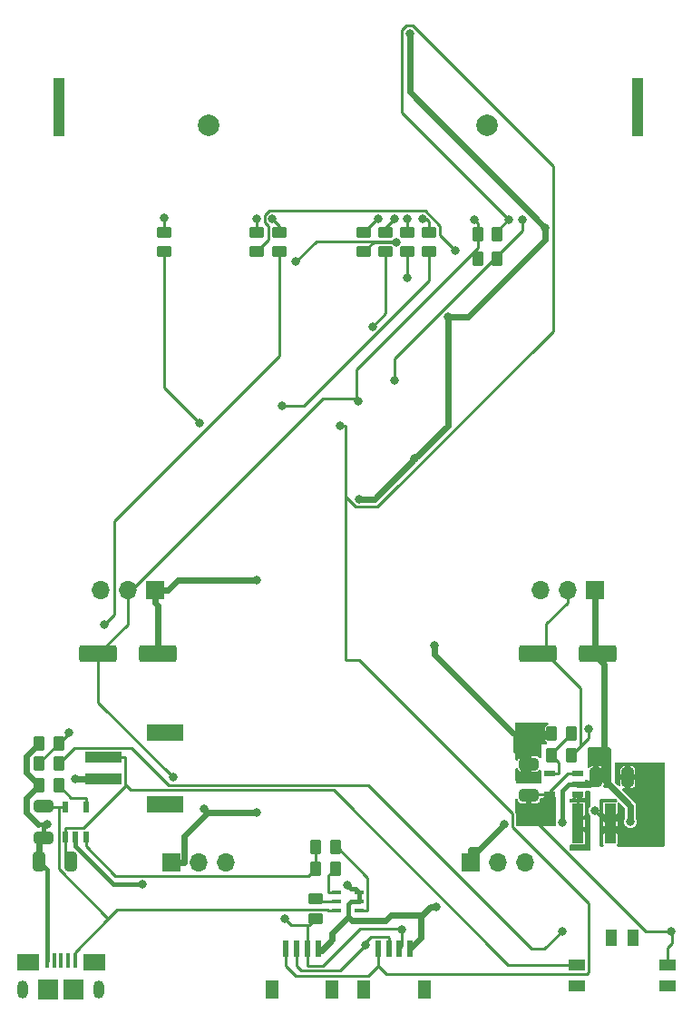
<source format=gbr>
%TF.GenerationSoftware,KiCad,Pcbnew,8.0.6-8.0.6-0~ubuntu24.04.1*%
%TF.CreationDate,2024-11-21T15:03:40-05:00*%
%TF.ProjectId,roversa2,726f7665-7273-4613-922e-6b696361645f,rev?*%
%TF.SameCoordinates,Original*%
%TF.FileFunction,Copper,L2,Bot*%
%TF.FilePolarity,Positive*%
%FSLAX46Y46*%
G04 Gerber Fmt 4.6, Leading zero omitted, Abs format (unit mm)*
G04 Created by KiCad (PCBNEW 8.0.6-8.0.6-0~ubuntu24.04.1) date 2024-11-21 15:03:40*
%MOMM*%
%LPD*%
G01*
G04 APERTURE LIST*
G04 Aperture macros list*
%AMRoundRect*
0 Rectangle with rounded corners*
0 $1 Rounding radius*
0 $2 $3 $4 $5 $6 $7 $8 $9 X,Y pos of 4 corners*
0 Add a 4 corners polygon primitive as box body*
4,1,4,$2,$3,$4,$5,$6,$7,$8,$9,$2,$3,0*
0 Add four circle primitives for the rounded corners*
1,1,$1+$1,$2,$3*
1,1,$1+$1,$4,$5*
1,1,$1+$1,$6,$7*
1,1,$1+$1,$8,$9*
0 Add four rect primitives between the rounded corners*
20,1,$1+$1,$2,$3,$4,$5,0*
20,1,$1+$1,$4,$5,$6,$7,0*
20,1,$1+$1,$6,$7,$8,$9,0*
20,1,$1+$1,$8,$9,$2,$3,0*%
G04 Aperture macros list end*
%TA.AperFunction,ComponentPad*%
%ADD10RoundRect,0.275000X-0.275000X-2.475000X0.275000X-2.475000X0.275000X2.475000X-0.275000X2.475000X0*%
%TD*%
%TA.AperFunction,ComponentPad*%
%ADD11C,2.000000*%
%TD*%
%TA.AperFunction,SMDPad,CuDef*%
%ADD12RoundRect,0.250000X-0.262500X-0.450000X0.262500X-0.450000X0.262500X0.450000X-0.262500X0.450000X0*%
%TD*%
%TA.AperFunction,SMDPad,CuDef*%
%ADD13R,1.200000X1.800000*%
%TD*%
%TA.AperFunction,SMDPad,CuDef*%
%ADD14R,0.600000X1.550000*%
%TD*%
%TA.AperFunction,ComponentPad*%
%ADD15R,1.700000X1.700000*%
%TD*%
%TA.AperFunction,ComponentPad*%
%ADD16O,1.700000X1.700000*%
%TD*%
%TA.AperFunction,SMDPad,CuDef*%
%ADD17RoundRect,0.250000X0.262500X0.450000X-0.262500X0.450000X-0.262500X-0.450000X0.262500X-0.450000X0*%
%TD*%
%TA.AperFunction,SMDPad,CuDef*%
%ADD18RoundRect,0.250000X-0.450000X0.262500X-0.450000X-0.262500X0.450000X-0.262500X0.450000X0.262500X0*%
%TD*%
%TA.AperFunction,SMDPad,CuDef*%
%ADD19R,1.100000X0.600000*%
%TD*%
%TA.AperFunction,SMDPad,CuDef*%
%ADD20R,1.100000X3.700000*%
%TD*%
%TA.AperFunction,SMDPad,CuDef*%
%ADD21RoundRect,0.250000X0.325000X0.650000X-0.325000X0.650000X-0.325000X-0.650000X0.325000X-0.650000X0*%
%TD*%
%TA.AperFunction,SMDPad,CuDef*%
%ADD22R,0.900000X0.450000*%
%TD*%
%TA.AperFunction,SMDPad,CuDef*%
%ADD23R,1.500000X1.000000*%
%TD*%
%TA.AperFunction,SMDPad,CuDef*%
%ADD24R,1.000000X1.500000*%
%TD*%
%TA.AperFunction,SMDPad,CuDef*%
%ADD25RoundRect,0.250000X-1.500000X-0.550000X1.500000X-0.550000X1.500000X0.550000X-1.500000X0.550000X0*%
%TD*%
%TA.AperFunction,ComponentPad*%
%ADD26O,1.000000X1.700000*%
%TD*%
%TA.AperFunction,SMDPad,CuDef*%
%ADD27R,2.100000X1.600000*%
%TD*%
%TA.AperFunction,SMDPad,CuDef*%
%ADD28R,1.900000X1.900000*%
%TD*%
%TA.AperFunction,SMDPad,CuDef*%
%ADD29RoundRect,0.100000X0.100000X0.575000X-0.100000X0.575000X-0.100000X-0.575000X0.100000X-0.575000X0*%
%TD*%
%TA.AperFunction,SMDPad,CuDef*%
%ADD30RoundRect,0.250000X0.650000X-0.325000X0.650000X0.325000X-0.650000X0.325000X-0.650000X-0.325000X0*%
%TD*%
%TA.AperFunction,SMDPad,CuDef*%
%ADD31RoundRect,0.250000X-0.650000X0.325000X-0.650000X-0.325000X0.650000X-0.325000X0.650000X0.325000X0*%
%TD*%
%TA.AperFunction,SMDPad,CuDef*%
%ADD32R,0.600000X1.100000*%
%TD*%
%TA.AperFunction,SMDPad,CuDef*%
%ADD33R,3.400000X1.500000*%
%TD*%
%TA.AperFunction,SMDPad,CuDef*%
%ADD34R,3.500000X1.000000*%
%TD*%
%TA.AperFunction,ViaPad*%
%ADD35C,0.800000*%
%TD*%
%TA.AperFunction,Conductor*%
%ADD36C,0.250000*%
%TD*%
%TA.AperFunction,Conductor*%
%ADD37C,0.600000*%
%TD*%
%TA.AperFunction,Conductor*%
%ADD38C,0.400000*%
%TD*%
G04 APERTURE END LIST*
D10*
%TO.P,EC1,*%
%TO.N,*%
X72872800Y-65511900D03*
D11*
X86872800Y-67171900D03*
X112872800Y-67171900D03*
D10*
X126872800Y-65511900D03*
%TD*%
D12*
%TO.P,R9,1*%
%TO.N,+3V3*%
X111990500Y-79613000D03*
%TO.P,R9,2*%
%TO.N,I_SDA*%
X113815500Y-79613000D03*
%TD*%
D13*
%TO.P,J4,*%
%TO.N,*%
X106972800Y-147844000D03*
X101372800Y-147844000D03*
D14*
%TO.P,J4,1,GND*%
%TO.N,VSS*%
X105672800Y-143969000D03*
%TO.P,J4,2,VCC*%
%TO.N,+3V3*%
X104672800Y-143969000D03*
%TO.P,J4,3,SDA*%
%TO.N,I_SDA*%
X103672800Y-143969000D03*
%TO.P,J4,4,SCL*%
%TO.N,I_SCL*%
X102672800Y-143969000D03*
%TD*%
D15*
%TO.P,J7,1,GND*%
%TO.N,VSS*%
X122922800Y-110521900D03*
D16*
%TO.P,J7,2,VDD*%
%TO.N,+3V3*%
X120382800Y-110521900D03*
%TO.P,J7,3,PWM*%
%TO.N,SERVO_R*%
X117842800Y-110521900D03*
%TD*%
D12*
%TO.P,R7,1*%
%TO.N,VSS*%
X71046900Y-128778000D03*
%TO.P,R7,2*%
%TO.N,Net-(U2-PROG)*%
X72871900Y-128778000D03*
%TD*%
D17*
%TO.P,R6,1*%
%TO.N,V_DIV*%
X72871900Y-124841000D03*
%TO.P,R6,2*%
%TO.N,VSS*%
X71046900Y-124841000D03*
%TD*%
D18*
%TO.P,R13,1*%
%TO.N,FWD*%
X101346000Y-77176500D03*
%TO.P,R13,2*%
%TO.N,Net-(R13-Pad2)*%
X101346000Y-79001500D03*
%TD*%
D17*
%TO.P,R5,1*%
%TO.N,SW_BAT*%
X72871900Y-126746000D03*
%TO.P,R5,2*%
%TO.N,V_DIV*%
X71046900Y-126746000D03*
%TD*%
D18*
%TO.P,R10,1*%
%TO.N,ENTER*%
X82677000Y-77176500D03*
%TO.P,R10,2*%
%TO.N,Net-(R10-Pad2)*%
X82677000Y-79001500D03*
%TD*%
D19*
%TO.P,U1,1,EN*%
%TO.N,SW_BAT*%
X121288200Y-127675600D03*
%TO.P,U1,2,GND*%
%TO.N,VSS*%
X121288200Y-128625600D03*
%TO.P,U1,3,SW*%
%TO.N,Net-(U1-SW)*%
X121288200Y-129575600D03*
%TO.P,U1,4,VIN*%
%TO.N,SW_BAT*%
X118688200Y-129575600D03*
%TO.P,U1,5,FB*%
%TO.N,Net-(U1-FB)*%
X118688200Y-127675600D03*
%TD*%
D20*
%TO.P,L1,1,1*%
%TO.N,Net-(U1-SW)*%
X121358400Y-132308600D03*
%TO.P,L1,2,2*%
%TO.N,+3V3*%
X124358400Y-132308600D03*
%TD*%
D21*
%TO.P,C4,1*%
%TO.N,-BATT*%
X73992000Y-135890000D03*
%TO.P,C4,2*%
%TO.N,VSS*%
X71042000Y-135890000D03*
%TD*%
D12*
%TO.P,R8,1*%
%TO.N,+3V3*%
X111990500Y-77327000D03*
%TO.P,R8,2*%
%TO.N,I_SCL*%
X113815500Y-77327000D03*
%TD*%
D22*
%TO.P,D1,1,BK*%
%TO.N,VSS*%
X100922800Y-138732800D03*
%TO.P,D1,2,GK*%
X100922800Y-139582800D03*
%TO.P,D1,3,RK*%
%TO.N,Net-(D1-RK)*%
X100922800Y-140432800D03*
%TO.P,D1,4,RA*%
%TO.N,VUSB*%
X98822800Y-140432800D03*
%TO.P,D1,5,GA*%
%TO.N,Net-(D1-GA)*%
X98822800Y-139582800D03*
%TO.P,D1,6,BA*%
%TO.N,Net-(D1-BA)*%
X98822800Y-138732800D03*
%TD*%
D17*
%TO.P,R2,1*%
%TO.N,Net-(U1-FB)*%
X120722900Y-123926600D03*
%TO.P,R2,2*%
%TO.N,VSS*%
X118897900Y-123926600D03*
%TD*%
D23*
%TO.P,SW1,1,P*%
%TO.N,unconnected-(SW1-P-Pad1)*%
X121222800Y-147500000D03*
%TO.P,SW1,2,T2*%
%TO.N,-BATT*%
X121222800Y-145500000D03*
%TO.P,SW1,3,P*%
%TO.N,unconnected-(SW1-P-Pad3)*%
X129722800Y-147500000D03*
%TO.P,SW1,4,T1*%
%TO.N,SW_BAT*%
X129722800Y-145500000D03*
D24*
%TO.P,SW1,5,T2*%
%TO.N,unconnected-(SW1-T2-Pad5)*%
X124472800Y-143000000D03*
%TO.P,SW1,6,T1*%
%TO.N,unconnected-(SW1-T1-Pad6)*%
X126472800Y-143000000D03*
%TD*%
D25*
%TO.P,C11,1*%
%TO.N,+3V3*%
X117597800Y-116509800D03*
%TO.P,C11,2*%
%TO.N,VSS*%
X123197800Y-116509800D03*
%TD*%
D17*
%TO.P,R17,1*%
%TO.N,Net-(D1-BA)*%
X98677100Y-136524000D03*
%TO.P,R17,2*%
%TO.N,STAT*%
X96852100Y-136524000D03*
%TD*%
D18*
%TO.P,R4,1*%
%TO.N,Net-(D1-GA)*%
X96824800Y-139370700D03*
%TO.P,R4,2*%
%TO.N,+3V3*%
X96824800Y-141195700D03*
%TD*%
D26*
%TO.P,J1,*%
%TO.N,*%
X76647800Y-147771900D03*
D27*
X76172800Y-145221900D03*
D28*
X74272800Y-147771900D03*
X71872800Y-147771900D03*
D27*
X69972800Y-145221900D03*
D26*
X69497800Y-147771900D03*
D29*
%TO.P,J1,1,VBUS*%
%TO.N,VUSB*%
X74372800Y-145096900D03*
%TO.P,J1,2,D-*%
%TO.N,unconnected-(J1-D--Pad2)*%
X73722800Y-145096900D03*
%TO.P,J1,3,D+*%
%TO.N,unconnected-(J1-D+-Pad3)*%
X73072800Y-145096900D03*
%TO.P,J1,4,ID*%
%TO.N,unconnected-(J1-ID-Pad4)*%
X72422800Y-145096900D03*
%TO.P,J1,5,GND*%
%TO.N,VSS*%
X71772800Y-145096900D03*
%TD*%
D25*
%TO.P,C10,1*%
%TO.N,+3V3*%
X76547800Y-116509800D03*
%TO.P,C10,2*%
%TO.N,VSS*%
X82147800Y-116509800D03*
%TD*%
D15*
%TO.P,J6,1,GND*%
%TO.N,VSS*%
X81872800Y-110521900D03*
D16*
%TO.P,J6,2,VDD*%
%TO.N,+3V3*%
X79332800Y-110521900D03*
%TO.P,J6,3,PWM*%
%TO.N,SERVO_L*%
X76792800Y-110521900D03*
%TD*%
D30*
%TO.P,C1,1*%
%TO.N,SW_BAT*%
X116762400Y-129719600D03*
%TO.P,C1,2*%
%TO.N,VSS*%
X116762400Y-126769600D03*
%TD*%
D31*
%TO.P,C3,1*%
%TO.N,VUSB*%
X71426000Y-130717500D03*
%TO.P,C3,2*%
%TO.N,VSS*%
X71426000Y-133667500D03*
%TD*%
D15*
%TO.P,J5,1,GND*%
%TO.N,VSS*%
X83372800Y-135971900D03*
D16*
%TO.P,J5,2,VDD*%
%TO.N,+3V3*%
X85912800Y-135971900D03*
%TO.P,J5,3,SIGNAL*%
%TO.N,GVS_A*%
X88452800Y-135971900D03*
%TD*%
D18*
%TO.P,R12,1*%
%TO.N,STOP*%
X93472000Y-77176500D03*
%TO.P,R12,2*%
%TO.N,Net-(R12-Pad2)*%
X93472000Y-79001500D03*
%TD*%
D12*
%TO.P,R3,1*%
%TO.N,STAT*%
X96852100Y-134517400D03*
%TO.P,R3,2*%
%TO.N,Net-(D1-RK)*%
X98677100Y-134517400D03*
%TD*%
D32*
%TO.P,U2,1,STAT*%
%TO.N,STAT*%
X75392000Y-133587000D03*
%TO.P,U2,2,VSS*%
%TO.N,VSS*%
X74442000Y-133587000D03*
%TO.P,U2,3,VBATT*%
%TO.N,-BATT*%
X73492000Y-133587000D03*
%TO.P,U2,4,VDD*%
%TO.N,VUSB*%
X73492000Y-130787000D03*
%TO.P,U2,5,PROG*%
%TO.N,Net-(U2-PROG)*%
X75392000Y-130787000D03*
%TD*%
D18*
%TO.P,R15,1*%
%TO.N,TURN_R*%
X105410000Y-77176500D03*
%TO.P,R15,2*%
%TO.N,Net-(R15-Pad2)*%
X105410000Y-79001500D03*
%TD*%
D33*
%TO.P,J2,*%
%TO.N,*%
X82753200Y-130505200D03*
X82753200Y-123805200D03*
D34*
%TO.P,J2,1,GND*%
%TO.N,VSS*%
X77003200Y-128155200D03*
%TO.P,J2,2,VBAT*%
%TO.N,-BATT*%
X77003200Y-126155200D03*
%TD*%
D13*
%TO.P,J3,*%
%TO.N,*%
X98372800Y-147844000D03*
X92772800Y-147844000D03*
D14*
%TO.P,J3,1,GND*%
%TO.N,VSS*%
X97072800Y-143969000D03*
%TO.P,J3,2,VCC*%
%TO.N,+3V3*%
X96072800Y-143969000D03*
%TO.P,J3,3,SDA*%
%TO.N,I_SDA*%
X95072800Y-143969000D03*
%TO.P,J3,4,SCL*%
%TO.N,I_SCL*%
X94072800Y-143969000D03*
%TD*%
D18*
%TO.P,R16,1*%
%TO.N,TURN_L*%
X107442000Y-77176500D03*
%TO.P,R16,2*%
%TO.N,Net-(R16-Pad2)*%
X107442000Y-79001500D03*
%TD*%
%TO.P,R14,1*%
%TO.N,REV*%
X103378000Y-77176500D03*
%TO.P,R14,2*%
%TO.N,Net-(R14-Pad2)*%
X103378000Y-79001500D03*
%TD*%
D21*
%TO.P,C2,1*%
%TO.N,+3V3*%
X125984400Y-127990600D03*
%TO.P,C2,2*%
%TO.N,VSS*%
X123034400Y-127990600D03*
%TD*%
D15*
%TO.P,J8,1,GND*%
%TO.N,VSS*%
X111322800Y-135971900D03*
D16*
%TO.P,J8,2,VDD*%
%TO.N,+3V3*%
X113862800Y-135971900D03*
%TO.P,J8,3,SIGNAL*%
%TO.N,GVS_D*%
X116402800Y-135971900D03*
%TD*%
D18*
%TO.P,R11,1*%
%TO.N,PLAY*%
X91313000Y-77176500D03*
%TO.P,R11,2*%
%TO.N,Net-(R11-Pad2)*%
X91313000Y-79001500D03*
%TD*%
D17*
%TO.P,R1,1*%
%TO.N,+3V3*%
X120722900Y-125958600D03*
%TO.P,R1,2*%
%TO.N,Net-(U1-FB)*%
X118897900Y-125958600D03*
%TD*%
D35*
%TO.N,SW_BAT*%
X130048000Y-142392400D03*
X119837200Y-142392400D03*
%TO.N,VSS*%
X86440500Y-130943700D03*
X105611400Y-58614000D03*
X91302900Y-109590400D03*
X109170600Y-85046400D03*
X116199700Y-128066800D03*
X71798400Y-132381700D03*
X114479400Y-132398800D03*
X99822000Y-138099800D03*
X118287800Y-76753200D03*
X119888000Y-132232400D03*
X100914200Y-102063000D03*
X107909400Y-115754900D03*
X126251500Y-132156100D03*
X80670400Y-137956900D03*
X108150400Y-140070600D03*
X106095900Y-98283300D03*
X91312400Y-131305400D03*
X74403100Y-128136300D03*
%TO.N,+3V3*%
X100853400Y-92899800D03*
X83545900Y-128014100D03*
X104932401Y-142255899D03*
X122302000Y-123494800D03*
X93933700Y-141161400D03*
X122934900Y-131115900D03*
X111704400Y-76040900D03*
%TO.N,V_DIV*%
X73808000Y-123815800D03*
%TO.N,ENTER*%
X82677000Y-75819000D03*
%TO.N,PLAY*%
X91313000Y-75895200D03*
%TO.N,STOP*%
X92811600Y-75920600D03*
%TO.N,FWD*%
X102666800Y-75920600D03*
%TO.N,REV*%
X104241600Y-75920600D03*
%TO.N,TURN_R*%
X105410000Y-75946000D03*
%TO.N,TURN_L*%
X106807000Y-75946000D03*
%TO.N,I_SCL*%
X114884200Y-75971400D03*
X99110300Y-95237700D03*
%TO.N,I_SDA*%
X101533800Y-143660800D03*
X116136800Y-76030200D03*
X104194900Y-91001000D03*
%TO.N,Net-(R10-Pad2)*%
X86013500Y-94965300D03*
%TO.N,Net-(R11-Pad2)*%
X109881800Y-78868800D03*
%TO.N,Net-(R12-Pad2)*%
X77137900Y-113796100D03*
%TO.N,Net-(R13-Pad2)*%
X104374947Y-78089000D03*
X94970600Y-79933800D03*
%TO.N,Net-(R14-Pad2)*%
X102165500Y-85957600D03*
%TO.N,Net-(R15-Pad2)*%
X105440300Y-81408600D03*
%TO.N,Net-(R16-Pad2)*%
X93739200Y-93382200D03*
%TD*%
D36*
%TO.N,SW_BAT*%
X79674200Y-125275000D02*
X74342900Y-125275000D01*
X118688200Y-129575600D02*
X118688200Y-129368200D01*
X116762400Y-129719600D02*
X116762400Y-131494400D01*
X74342900Y-125275000D02*
X72871900Y-126746000D01*
X129722800Y-143886000D02*
X130098800Y-143510000D01*
X83158300Y-128759100D02*
X79674200Y-125275000D01*
X117018900Y-144018000D02*
X101760000Y-128759100D01*
X127660400Y-142392400D02*
X130048000Y-142392400D01*
X116906400Y-129575600D02*
X116762400Y-129719600D01*
X119837200Y-142341600D02*
X118160800Y-144018000D01*
X120380800Y-127675600D02*
X121288200Y-127675600D01*
X118160800Y-144018000D02*
X117018900Y-144018000D01*
X101760000Y-128759100D02*
X83158300Y-128759100D01*
X130098800Y-143510000D02*
X130098800Y-142443200D01*
X129722800Y-145500000D02*
X129722800Y-143886000D01*
X118688200Y-129368200D02*
X120380800Y-127675600D01*
X130098800Y-142443200D02*
X130048000Y-142392400D01*
X118688200Y-129575600D02*
X116906400Y-129575600D01*
X116762400Y-131494400D02*
X127660400Y-142392400D01*
D37*
%TO.N,VSS*%
X69850000Y-126037900D02*
X71046900Y-124841000D01*
X82147800Y-111973800D02*
X81872800Y-111698800D01*
D38*
X71042000Y-135890000D02*
X71771300Y-136619300D01*
D37*
X69850000Y-131318000D02*
X70913700Y-132381700D01*
X107573900Y-140070600D02*
X108150400Y-140070600D01*
D38*
X100922800Y-139582800D02*
X100535100Y-139582800D01*
D37*
X81872800Y-110521900D02*
X81872800Y-111698800D01*
X115521500Y-124141900D02*
X118682600Y-124141900D01*
X71046900Y-128778000D02*
X69850000Y-129974900D01*
X122399400Y-128625600D02*
X123034400Y-127990600D01*
D38*
X100152200Y-138430000D02*
X100584000Y-138430000D01*
X100922800Y-138732800D02*
X100922800Y-139582800D01*
D37*
X106753450Y-140891050D02*
X103863350Y-140891050D01*
X111322800Y-135971900D02*
X111322800Y-134795000D01*
X97428400Y-144125600D02*
X97072800Y-144125600D01*
X121288200Y-128625600D02*
X122399400Y-128625600D01*
X106095900Y-98283300D02*
X102316200Y-102063000D01*
X109170600Y-85046400D02*
X111092400Y-85046400D01*
D38*
X77960066Y-137956900D02*
X74442000Y-134438834D01*
D37*
X69850000Y-129974900D02*
X69850000Y-131318000D01*
D38*
X100584000Y-138430000D02*
X100886800Y-138732800D01*
X100147400Y-139582800D02*
X100535100Y-139582800D01*
D36*
X115521500Y-124141900D02*
X115259400Y-123879800D01*
X122922800Y-116234800D02*
X123197800Y-116509800D01*
D37*
X91302900Y-109590400D02*
X83981200Y-109590400D01*
X115521500Y-125528700D02*
X116762400Y-126769600D01*
D38*
X120488200Y-128625600D02*
X121288200Y-128625600D01*
X70913700Y-132381700D02*
X71798400Y-132381700D01*
X119888000Y-129225800D02*
X120488200Y-128625600D01*
X119888000Y-132232400D02*
X119888000Y-129225800D01*
X80670400Y-137956900D02*
X77960066Y-137956900D01*
D37*
X122922800Y-110521900D02*
X122922800Y-116234800D01*
X111092400Y-85046400D02*
X118287800Y-77851000D01*
D36*
X71771300Y-137303600D02*
X71772800Y-137305100D01*
D37*
X98399600Y-142546300D02*
X98399600Y-143154400D01*
D38*
X99898950Y-139831250D02*
X100147400Y-139582800D01*
D37*
X109170600Y-95208600D02*
X109170600Y-85046400D01*
X81872800Y-110521900D02*
X83049700Y-110521900D01*
X116199700Y-127332300D02*
X116762400Y-126769600D01*
D38*
X71426000Y-132754100D02*
X71426000Y-133667500D01*
D37*
X77003200Y-128155200D02*
X74422000Y-128155200D01*
X105672800Y-143969000D02*
X106680000Y-142961800D01*
D38*
X100886800Y-138732800D02*
X100922800Y-138732800D01*
D37*
X111322800Y-134795000D02*
X112083200Y-134795000D01*
X102316200Y-102063000D02*
X100914200Y-102063000D01*
D38*
X99822000Y-138099800D02*
X100152200Y-138430000D01*
D37*
X106095900Y-98283300D02*
X109170600Y-95208600D01*
X123799600Y-127209600D02*
X123799600Y-117454200D01*
D38*
X74442000Y-134438834D02*
X74442000Y-133587000D01*
D37*
X123026500Y-127982700D02*
X123799600Y-127209600D01*
X71042000Y-134051500D02*
X71042000Y-135890000D01*
X99898950Y-141046950D02*
X98399600Y-142546300D01*
D38*
X99898950Y-141046950D02*
X99898950Y-139831250D01*
X71771300Y-136619300D02*
X71771300Y-137303600D01*
D37*
X107909400Y-116527600D02*
X107909400Y-115754900D01*
X123584700Y-127998500D02*
X126251500Y-130665300D01*
X74422000Y-128155200D02*
X74403100Y-128136300D01*
X118287800Y-76753200D02*
X105611400Y-64076800D01*
D36*
X123026500Y-116681100D02*
X123197800Y-116509800D01*
D37*
X84549700Y-133508100D02*
X86752400Y-131305400D01*
X105611400Y-64076800D02*
X105611400Y-58614000D01*
X71046900Y-128778000D02*
X69850000Y-127581100D01*
X116199700Y-128066800D02*
X116199700Y-127332300D01*
D38*
X71772800Y-137305100D02*
X71772800Y-145096900D01*
D37*
X83981200Y-109590400D02*
X83049700Y-110521900D01*
D36*
X115259400Y-123879800D02*
X115259400Y-123877600D01*
D37*
X84549700Y-135971900D02*
X84549700Y-133508100D01*
X86752400Y-131305400D02*
X91312400Y-131305400D01*
D36*
X123034400Y-127990600D02*
X123026500Y-127982700D01*
D37*
X100228400Y-141376400D02*
X99898950Y-141046950D01*
X115521500Y-124141900D02*
X115521500Y-125528700D01*
X115259400Y-123877600D02*
X107909400Y-116527600D01*
X106680000Y-140964500D02*
X107573900Y-140070600D01*
X112083200Y-134795000D02*
X114479400Y-132398800D01*
D38*
X71426000Y-132754100D02*
X71798400Y-132381700D01*
D37*
X83372800Y-135971900D02*
X84549700Y-135971900D01*
X71426000Y-133667500D02*
X71042000Y-134051500D01*
D36*
X118682600Y-124141900D02*
X118897900Y-123926600D01*
D37*
X86752400Y-131255600D02*
X86440500Y-130943700D01*
X106680000Y-142961800D02*
X106680000Y-140964500D01*
X98399600Y-143154400D02*
X97428400Y-144125600D01*
X118287800Y-77851000D02*
X118287800Y-76753200D01*
X103378000Y-141376400D02*
X100228400Y-141376400D01*
X123799600Y-117454200D02*
X123026500Y-116681100D01*
X69850000Y-127581100D02*
X69850000Y-126037900D01*
X126251500Y-130665300D02*
X126251500Y-132156100D01*
X103863350Y-140891050D02*
X103378000Y-141376400D01*
X82147800Y-116509800D02*
X82147800Y-111973800D01*
D36*
%TO.N,+3V3*%
X120382800Y-110521900D02*
X120382800Y-111698800D01*
X104789502Y-142113000D02*
X104932401Y-142255899D01*
X118361200Y-113720400D02*
X120382800Y-111698800D01*
X96072800Y-145601900D02*
X97508200Y-145601900D01*
X100655100Y-92701500D02*
X100853400Y-92899800D01*
X122302000Y-123494800D02*
X122302000Y-124379500D01*
X111704400Y-76040900D02*
X111990500Y-76327000D01*
X111990500Y-76327000D02*
X111990500Y-78613000D01*
X121134600Y-125546900D02*
X121580800Y-125100700D01*
X79332800Y-111110300D02*
X79332800Y-110852000D01*
X94570000Y-141797700D02*
X93933700Y-141161400D01*
X79332800Y-111110300D02*
X79332800Y-111698800D01*
X96072800Y-141797700D02*
X94570000Y-141797700D01*
X118361200Y-116509800D02*
X118361200Y-113720400D01*
X100997100Y-142113000D02*
X104789502Y-142113000D01*
X124064500Y-132245500D02*
X122934900Y-131115900D01*
X111990500Y-78613000D02*
X100655100Y-89948400D01*
X121580800Y-119729400D02*
X118361200Y-116509800D01*
X100655100Y-89948400D02*
X100655100Y-92701500D01*
X96824800Y-141195700D02*
X96222800Y-141797700D01*
X120722900Y-125958600D02*
X121134600Y-125546900D01*
X76547800Y-116509800D02*
X79332800Y-113724800D01*
X121580800Y-125100700D02*
X121580800Y-119729400D01*
X97508200Y-145601900D02*
X100997100Y-142113000D01*
X96222800Y-141797700D02*
X96072800Y-141797700D01*
X76547800Y-121016000D02*
X76547800Y-116509800D01*
X118361200Y-116509800D02*
X117597800Y-116509800D01*
X79332800Y-113724800D02*
X79332800Y-111698800D01*
X83545900Y-128014100D02*
X76547800Y-121016000D01*
X104932401Y-142255899D02*
X104932401Y-143709399D01*
X79332800Y-110521900D02*
X79332800Y-111110300D01*
X97483300Y-92701500D02*
X100655100Y-92701500D01*
X79332800Y-110852000D02*
X97483300Y-92701500D01*
X104932401Y-143709399D02*
X104672800Y-143969000D01*
X96072800Y-141797700D02*
X96072800Y-145601900D01*
X122302000Y-124379500D02*
X121134600Y-125546900D01*
%TO.N,VUSB*%
X74372800Y-145096900D02*
X74372800Y-144307300D01*
X98822800Y-140432800D02*
X98045900Y-140432800D01*
X74372800Y-144307300D02*
X77479200Y-141200900D01*
X72851100Y-136572800D02*
X77479200Y-141200900D01*
X73492000Y-130787000D02*
X72851100Y-130787000D01*
X72851100Y-130787000D02*
X71495500Y-130787000D01*
X78341700Y-140338400D02*
X97951500Y-140338400D01*
X97951500Y-140338400D02*
X98045900Y-140432800D01*
X77479200Y-141200900D02*
X78341700Y-140338400D01*
X71495500Y-130787000D02*
X71426000Y-130717500D01*
X72851100Y-130787000D02*
X72851100Y-136572800D01*
%TO.N,-BATT*%
X79587300Y-129211000D02*
X79135400Y-128759100D01*
X73492000Y-135390000D02*
X73992000Y-135890000D01*
X98536700Y-129211000D02*
X79587300Y-129211000D01*
X73492000Y-133587000D02*
X73492000Y-132710100D01*
X79135400Y-128759100D02*
X75184400Y-132710100D01*
X75184400Y-132710100D02*
X73492000Y-132710100D01*
X79080100Y-126155200D02*
X79080100Y-128703800D01*
X73492000Y-133587000D02*
X73492000Y-135390000D01*
X121222800Y-145500000D02*
X114825700Y-145500000D01*
X77003200Y-126155200D02*
X79080100Y-126155200D01*
X79080100Y-128703800D02*
X79135400Y-128759100D01*
X114825700Y-145500000D02*
X98536700Y-129211000D01*
%TO.N,Net-(D1-RK)*%
X98868400Y-134517400D02*
X98677100Y-134517400D01*
X100922800Y-140432800D02*
X101699700Y-140432800D01*
X101699700Y-137348700D02*
X98868400Y-134517400D01*
X101699700Y-140432800D02*
X101699700Y-137348700D01*
%TO.N,Net-(D1-GA)*%
X98822800Y-139582800D02*
X97036900Y-139582800D01*
X97036900Y-139582800D02*
X96824800Y-139370700D01*
%TO.N,Net-(D1-BA)*%
X98045900Y-138732800D02*
X98045900Y-137155200D01*
X98822800Y-138732800D02*
X98045900Y-138732800D01*
X98045900Y-137155200D02*
X98677100Y-136524000D01*
%TO.N,V_DIV*%
X73808000Y-123904900D02*
X73808000Y-123815800D01*
X72871900Y-124841000D02*
X73808000Y-123904900D01*
X71046900Y-126666000D02*
X71046900Y-126746000D01*
X72871900Y-124841000D02*
X71046900Y-126666000D01*
%TO.N,ENTER*%
X82677000Y-75819000D02*
X82677000Y-77176500D01*
%TO.N,PLAY*%
X91313000Y-77176500D02*
X91313000Y-75895200D01*
%TO.N,STOP*%
X92811600Y-75920600D02*
X93472000Y-76581000D01*
X93472000Y-76581000D02*
X93472000Y-77176500D01*
%TO.N,FWD*%
X102601900Y-75920600D02*
X101346000Y-77176500D01*
X102666800Y-75920600D02*
X102601900Y-75920600D01*
%TO.N,REV*%
X103378000Y-76784200D02*
X103378000Y-77176500D01*
X104241600Y-75920600D02*
X103378000Y-76784200D01*
%TO.N,TURN_R*%
X105410000Y-77176500D02*
X105410000Y-75946000D01*
%TO.N,TURN_L*%
X107442000Y-77176500D02*
X107442000Y-76176500D01*
X107211500Y-75946000D02*
X107442000Y-76176500D01*
X106807000Y-75946000D02*
X107211500Y-75946000D01*
%TO.N,I_SCL*%
X99637100Y-117061500D02*
X100883096Y-117061500D01*
X103421000Y-146350100D02*
X102672800Y-145601900D01*
X94072800Y-143969000D02*
X94072800Y-145601900D01*
X102616505Y-102788000D02*
X100613895Y-102788000D01*
X99637100Y-101811205D02*
X99637100Y-95237700D01*
X101729600Y-146545100D02*
X102672800Y-145601900D01*
X104886400Y-65973600D02*
X104886400Y-58313695D01*
X115204400Y-132628800D02*
X122311600Y-139736000D01*
X122311600Y-146160600D02*
X122122100Y-146350100D01*
X113815500Y-77040100D02*
X114884200Y-75971400D01*
X122311600Y-139736000D02*
X122311600Y-146160600D01*
X94072800Y-145601900D02*
X95016000Y-146545100D01*
X105311095Y-57889000D02*
X105911705Y-57889000D01*
X114884200Y-75971400D02*
X104886400Y-65973600D01*
X122122100Y-146350100D02*
X103421000Y-146350100D01*
X100613895Y-102788000D02*
X99637100Y-101811205D01*
X95016000Y-146545100D02*
X101729600Y-146545100D01*
X115204400Y-131382804D02*
X115204400Y-132628800D01*
X119012800Y-86391705D02*
X102616505Y-102788000D01*
X102672800Y-143969000D02*
X102672800Y-145601900D01*
X105911705Y-57889000D02*
X119012800Y-70990095D01*
X99637100Y-95237700D02*
X99110300Y-95237700D01*
X119012800Y-70990095D02*
X119012800Y-86391705D01*
X113815500Y-77327000D02*
X113815500Y-77040100D01*
X100883096Y-117061500D02*
X115204400Y-131382804D01*
X104886400Y-58313695D02*
X105311095Y-57889000D01*
X99637100Y-95237700D02*
X99637100Y-117061500D01*
%TO.N,I_SDA*%
X102047800Y-142869000D02*
X101533800Y-143383000D01*
X99139300Y-146055300D02*
X101533800Y-143660800D01*
X103672800Y-144500000D02*
X103672800Y-143398100D01*
X101533800Y-143383000D02*
X101533800Y-143660800D01*
X103597800Y-142869000D02*
X102047800Y-142869000D01*
X95072800Y-145601900D02*
X95526200Y-146055300D01*
X103672800Y-143969000D02*
X103672800Y-142944000D01*
X116136800Y-76030200D02*
X116136800Y-76992373D01*
X95072800Y-143969000D02*
X95072800Y-145601900D01*
X104194900Y-88934273D02*
X104194900Y-91001000D01*
X116136800Y-76992373D02*
X104194900Y-88934273D01*
X103672800Y-142944000D02*
X103597800Y-142869000D01*
X95526200Y-146055300D02*
X99139300Y-146055300D01*
%TO.N,Net-(U1-SW)*%
X121358400Y-132308600D02*
X121358400Y-129645800D01*
X121358400Y-129645800D02*
X121288200Y-129575600D01*
%TO.N,Net-(U1-FB)*%
X118897900Y-125751600D02*
X118897900Y-125958600D01*
X119565100Y-127675600D02*
X119565100Y-126625800D01*
X120722900Y-123926600D02*
X118897900Y-125751600D01*
X119565100Y-126625800D02*
X118897900Y-125958600D01*
X118688200Y-127675600D02*
X119565100Y-127675600D01*
%TO.N,STAT*%
X96144200Y-137231900D02*
X96852100Y-136524000D01*
X96852100Y-136524000D02*
X96852100Y-134517400D01*
X75392000Y-133587000D02*
X75392000Y-134463900D01*
X75392000Y-134463900D02*
X78160000Y-137231900D01*
X78160000Y-137231900D02*
X96144200Y-137231900D01*
%TO.N,Net-(U2-PROG)*%
X74004000Y-129910100D02*
X72871900Y-128778000D01*
X75392000Y-129910100D02*
X74004000Y-129910100D01*
X75392000Y-130787000D02*
X75392000Y-129910100D01*
%TO.N,Net-(R10-Pad2)*%
X82677000Y-91628800D02*
X86013500Y-94965300D01*
X82677000Y-79001500D02*
X82677000Y-91628800D01*
%TO.N,Net-(R11-Pad2)*%
X92447000Y-76581305D02*
X92086600Y-76220905D01*
X92086600Y-76220905D02*
X92086600Y-75620295D01*
X92086600Y-75620295D02*
X92511295Y-75195600D01*
X107097496Y-75195600D02*
X108467000Y-76565104D01*
X92511295Y-75195600D02*
X107097496Y-75195600D01*
X91313000Y-79001500D02*
X92447000Y-77867500D01*
X108467000Y-77454000D02*
X109881800Y-78868800D01*
X92447000Y-77867500D02*
X92447000Y-76581305D01*
X108467000Y-76565104D02*
X108467000Y-77454000D01*
%TO.N,Net-(R12-Pad2)*%
X78062800Y-104123400D02*
X93472000Y-88714200D01*
X78062800Y-112871200D02*
X78062800Y-104123400D01*
X77137900Y-113796100D02*
X78062800Y-112871200D01*
X93472000Y-88714200D02*
X93472000Y-79001500D01*
%TO.N,Net-(R13-Pad2)*%
X104287447Y-78001500D02*
X104374947Y-78089000D01*
X94970600Y-79933800D02*
X96890400Y-78014000D01*
X102258500Y-78089000D02*
X104374947Y-78089000D01*
X104078673Y-78001500D02*
X104287447Y-78001500D01*
X101346000Y-79001500D02*
X102258500Y-78089000D01*
X104066173Y-78014000D02*
X104078673Y-78001500D01*
X96890400Y-78014000D02*
X104066173Y-78014000D01*
%TO.N,Net-(R14-Pad2)*%
X102165500Y-85957600D02*
X103378000Y-84745100D01*
X103378000Y-84745100D02*
X103378000Y-79001500D01*
%TO.N,Net-(R15-Pad2)*%
X105410000Y-81378300D02*
X105440300Y-81408600D01*
X105410000Y-79001500D02*
X105410000Y-81378300D01*
%TO.N,Net-(R16-Pad2)*%
X107442000Y-81709100D02*
X107442000Y-79001500D01*
X95768900Y-93382200D02*
X107442000Y-81709100D01*
X93739200Y-93382200D02*
X95768900Y-93382200D01*
%TD*%
%TA.AperFunction,Conductor*%
%TO.N,VSS*%
G36*
X118517803Y-122904885D02*
G01*
X118563558Y-122957689D01*
X118573502Y-123026847D01*
X118544477Y-123090403D01*
X118505223Y-123120601D01*
X118413303Y-123165536D01*
X118324336Y-123254503D01*
X118269078Y-123367539D01*
X118269075Y-123367546D01*
X118258400Y-123440820D01*
X118258400Y-123676600D01*
X119023900Y-123676600D01*
X119090939Y-123696285D01*
X119136694Y-123749089D01*
X119147900Y-123800600D01*
X119147900Y-124052600D01*
X119128215Y-124119639D01*
X119075411Y-124165394D01*
X119023900Y-124176600D01*
X118258401Y-124176600D01*
X118258401Y-124412373D01*
X118269077Y-124485660D01*
X118324336Y-124598696D01*
X118413301Y-124687661D01*
X118419773Y-124692282D01*
X118462895Y-124747257D01*
X118469450Y-124816819D01*
X118437356Y-124878882D01*
X118376804Y-124913741D01*
X118347720Y-124917200D01*
X117906800Y-124917200D01*
X117906800Y-126106478D01*
X117887115Y-126173517D01*
X117834311Y-126219272D01*
X117765153Y-126229216D01*
X117701597Y-126200191D01*
X117695119Y-126194159D01*
X117634496Y-126133536D01*
X117521460Y-126078278D01*
X117521453Y-126078275D01*
X117448180Y-126067600D01*
X117012400Y-126067600D01*
X117012400Y-127471599D01*
X117448173Y-127471599D01*
X117521460Y-127460922D01*
X117634496Y-127405663D01*
X117695119Y-127345041D01*
X117756442Y-127311556D01*
X117826134Y-127316540D01*
X117882067Y-127358412D01*
X117906484Y-127423876D01*
X117906800Y-127432722D01*
X117906800Y-128450800D01*
X117887115Y-128517839D01*
X117834311Y-128563594D01*
X117782800Y-128574800D01*
X115642098Y-128574800D01*
X115575059Y-128555115D01*
X115529304Y-128502311D01*
X115518103Y-128451907D01*
X115515354Y-128144094D01*
X115507393Y-127252497D01*
X115526478Y-127185288D01*
X115578871Y-127139063D01*
X115647938Y-127128502D01*
X115711751Y-127156959D01*
X115742789Y-127196933D01*
X115801337Y-127316697D01*
X115890303Y-127405663D01*
X116003339Y-127460921D01*
X116003346Y-127460924D01*
X116076620Y-127471599D01*
X116512399Y-127471599D01*
X116512400Y-127471598D01*
X116512400Y-126067600D01*
X116076626Y-126067600D01*
X116003339Y-126078277D01*
X115890303Y-126133536D01*
X115801336Y-126222503D01*
X115746078Y-126335539D01*
X115746076Y-126335543D01*
X115745774Y-126337620D01*
X115744736Y-126339879D01*
X115743234Y-126344743D01*
X115742595Y-126344545D01*
X115716627Y-126401119D01*
X115657776Y-126438781D01*
X115587907Y-126438647D01*
X115529201Y-126400760D01*
X115500298Y-126337148D01*
X115499075Y-126320844D01*
X115496909Y-126078278D01*
X115469517Y-123010306D01*
X115488602Y-122943095D01*
X115540996Y-122896870D01*
X115593512Y-122885200D01*
X118450764Y-122885200D01*
X118517803Y-122904885D01*
G37*
%TD.AperFunction*%
%TD*%
%TA.AperFunction,Conductor*%
%TO.N,VSS*%
G36*
X122275440Y-128238885D02*
G01*
X122321195Y-128291689D01*
X122332401Y-128343200D01*
X122332401Y-128676373D01*
X122343077Y-128749658D01*
X122369027Y-128802740D01*
X122380785Y-128871613D01*
X122353442Y-128935910D01*
X122295677Y-128975217D01*
X122257626Y-128981200D01*
X122174000Y-128981200D01*
X122089200Y-128981200D01*
X122022161Y-128961515D01*
X121976406Y-128908711D01*
X121965200Y-128857200D01*
X121965200Y-128343200D01*
X121984885Y-128276161D01*
X122037689Y-128230406D01*
X122089200Y-128219200D01*
X122208401Y-128219200D01*
X122275440Y-128238885D01*
G37*
%TD.AperFunction*%
%TA.AperFunction,Conductor*%
G36*
X124352239Y-125241685D02*
G01*
X124397994Y-125294489D01*
X124409200Y-125346000D01*
X124409200Y-128857200D01*
X124389515Y-128924239D01*
X124336711Y-128969994D01*
X124285200Y-128981200D01*
X123811174Y-128981200D01*
X123744135Y-128961515D01*
X123698380Y-128908711D01*
X123688436Y-128839553D01*
X123699773Y-128802740D01*
X123725722Y-128749657D01*
X123725724Y-128749653D01*
X123736400Y-128676379D01*
X123736400Y-128240600D01*
X122908400Y-128240600D01*
X122841361Y-128220915D01*
X122795606Y-128168111D01*
X122784400Y-128116600D01*
X122784400Y-127740600D01*
X123284400Y-127740600D01*
X123736399Y-127740600D01*
X123736399Y-127304826D01*
X123725722Y-127231539D01*
X123670463Y-127118503D01*
X123581496Y-127029536D01*
X123468460Y-126974278D01*
X123468453Y-126974275D01*
X123395180Y-126963600D01*
X123284400Y-126963600D01*
X123284400Y-127740600D01*
X122784400Y-127740600D01*
X122784400Y-126963600D01*
X122673626Y-126963600D01*
X122600339Y-126974277D01*
X122487303Y-127029536D01*
X122436481Y-127080359D01*
X122375158Y-127113844D01*
X122305466Y-127108860D01*
X122249533Y-127066988D01*
X122225116Y-127001524D01*
X122224800Y-126992678D01*
X122224800Y-125346000D01*
X122244485Y-125278961D01*
X122297289Y-125233206D01*
X122348800Y-125222000D01*
X124285200Y-125222000D01*
X124352239Y-125241685D01*
G37*
%TD.AperFunction*%
%TD*%
%TA.AperFunction,Conductor*%
%TO.N,SW_BAT*%
G36*
X118731533Y-129281226D02*
G01*
X118775880Y-129309727D01*
X119276974Y-129810821D01*
X119283778Y-129823283D01*
X119284772Y-129969489D01*
X119269794Y-129989498D01*
X119280040Y-130023278D01*
X119285376Y-130058428D01*
X119299220Y-132095013D01*
X119298162Y-132112040D01*
X119282318Y-132232397D01*
X119282318Y-132232401D01*
X119300120Y-132367626D01*
X119301178Y-132382967D01*
X119301551Y-132437756D01*
X119282323Y-132504928D01*
X119229832Y-132551041D01*
X119177554Y-132562600D01*
X115653900Y-132562600D01*
X115586861Y-132542915D01*
X115541106Y-132490111D01*
X115529900Y-132438600D01*
X115529900Y-131339953D01*
X115529900Y-131339951D01*
X115507718Y-131257166D01*
X115507714Y-131257159D01*
X115504607Y-131249656D01*
X115506218Y-131248988D01*
X115492400Y-131197408D01*
X115492400Y-130123673D01*
X115512085Y-130056634D01*
X115564889Y-130010879D01*
X115634047Y-130000935D01*
X115697603Y-130029960D01*
X115735377Y-130088738D01*
X115739105Y-130105797D01*
X115746077Y-130153660D01*
X115801336Y-130266696D01*
X115890303Y-130355663D01*
X116003339Y-130410921D01*
X116003346Y-130410924D01*
X116076620Y-130421599D01*
X116512399Y-130421599D01*
X116512400Y-130421598D01*
X116512400Y-129593600D01*
X116532085Y-129526561D01*
X116584889Y-129480806D01*
X116636400Y-129469600D01*
X116888400Y-129469600D01*
X116955439Y-129489285D01*
X117001194Y-129542089D01*
X117012400Y-129593600D01*
X117012400Y-130421599D01*
X117448173Y-130421599D01*
X117521460Y-130410922D01*
X117634496Y-130355663D01*
X117723463Y-130266696D01*
X117778721Y-130153660D01*
X117778724Y-130153653D01*
X117789399Y-130080380D01*
X117789399Y-130027272D01*
X117796643Y-130002600D01*
X118614753Y-130002600D01*
X118761646Y-130002600D01*
X118688200Y-129929153D01*
X118614753Y-130002600D01*
X117796643Y-130002600D01*
X117809082Y-129960232D01*
X117861886Y-129914477D01*
X117931044Y-129904532D01*
X117982288Y-129924167D01*
X118088647Y-129995231D01*
X118103944Y-129998274D01*
X118107353Y-129987036D01*
X118085248Y-129969223D01*
X118063183Y-129902928D01*
X118080462Y-129835229D01*
X118099423Y-129810822D01*
X118600518Y-129309727D01*
X118661841Y-129276242D01*
X118731533Y-129281226D01*
G37*
%TD.AperFunction*%
%TD*%
%TA.AperFunction,Conductor*%
%TO.N,Net-(U1-SW)*%
G36*
X122420439Y-129280285D02*
G01*
X122466194Y-129333089D01*
X122477400Y-129384600D01*
X122477400Y-130683603D01*
X122457715Y-130750642D01*
X122451776Y-130759089D01*
X122410364Y-130813057D01*
X122349856Y-130959137D01*
X122349855Y-130959139D01*
X122329218Y-131115898D01*
X122329218Y-131115901D01*
X122349855Y-131272660D01*
X122349857Y-131272665D01*
X122410361Y-131418736D01*
X122410361Y-131418737D01*
X122410363Y-131418740D01*
X122410364Y-131418741D01*
X122451777Y-131472711D01*
X122476970Y-131537879D01*
X122477400Y-131548196D01*
X122477400Y-134750000D01*
X122457715Y-134817039D01*
X122404911Y-134862794D01*
X122353400Y-134874000D01*
X120671000Y-134874000D01*
X120603961Y-134854315D01*
X120558206Y-134801511D01*
X120547000Y-134750000D01*
X120547000Y-134368667D01*
X120566685Y-134301628D01*
X120619489Y-134255873D01*
X120688647Y-134245929D01*
X120739892Y-134265566D01*
X120758846Y-134278231D01*
X120795889Y-134285600D01*
X121920910Y-134285600D01*
X121957952Y-134278231D01*
X121999961Y-134250161D01*
X122028031Y-134208152D01*
X122035400Y-134171110D01*
X122035400Y-133162377D01*
X121269304Y-132396281D01*
X121235819Y-132334958D01*
X121237704Y-132308599D01*
X121535177Y-132308599D01*
X121535177Y-132308600D01*
X122035399Y-132808823D01*
X122035400Y-132808822D01*
X122035400Y-131808377D01*
X122035399Y-131808376D01*
X121535177Y-132308599D01*
X121237704Y-132308599D01*
X121240803Y-132265266D01*
X121269304Y-132220919D01*
X122035399Y-131454823D01*
X122035400Y-131454822D01*
X122035400Y-130446089D01*
X122028031Y-130409047D01*
X121999961Y-130367038D01*
X121957952Y-130338968D01*
X121920910Y-130331600D01*
X120795890Y-130331600D01*
X120758847Y-130338968D01*
X120739890Y-130351635D01*
X120673212Y-130372512D01*
X120605832Y-130354027D01*
X120559143Y-130302048D01*
X120547000Y-130248532D01*
X120547000Y-130118148D01*
X120566685Y-130051109D01*
X120619489Y-130005354D01*
X120638649Y-130002599D01*
X121037976Y-130002599D01*
X121037977Y-130002600D01*
X121538423Y-130002600D01*
X121538423Y-130002599D01*
X121288200Y-129752377D01*
X121037976Y-130002599D01*
X120638649Y-130002599D01*
X120688647Y-129995410D01*
X120691044Y-129995820D01*
X120691271Y-129995751D01*
X121200519Y-129486504D01*
X121261842Y-129453019D01*
X121331534Y-129458003D01*
X121375881Y-129486504D01*
X121885129Y-129995752D01*
X121887753Y-129995231D01*
X121887754Y-129995230D01*
X121929761Y-129967162D01*
X121957831Y-129925152D01*
X121965200Y-129888110D01*
X121965200Y-129384600D01*
X121984885Y-129317561D01*
X122037689Y-129271806D01*
X122089200Y-129260600D01*
X122353400Y-129260600D01*
X122420439Y-129280285D01*
G37*
%TD.AperFunction*%
%TD*%
%TA.AperFunction,Conductor*%
%TO.N,+3V3*%
G36*
X129405439Y-126613285D02*
G01*
X129451194Y-126666089D01*
X129462400Y-126717600D01*
X129462400Y-134343600D01*
X129442715Y-134410639D01*
X129389911Y-134456394D01*
X129338400Y-134467600D01*
X125081886Y-134467600D01*
X125014847Y-134447915D01*
X124969092Y-134395111D01*
X124959148Y-134325953D01*
X124988173Y-134262397D01*
X124994205Y-134255919D01*
X124999961Y-134250162D01*
X125028031Y-134208152D01*
X125035400Y-134171110D01*
X125035400Y-133339153D01*
X124358400Y-132662153D01*
X123681400Y-133339152D01*
X123681400Y-134171110D01*
X123681399Y-134171110D01*
X123688768Y-134208152D01*
X123716838Y-134250162D01*
X123722595Y-134255919D01*
X123756080Y-134317242D01*
X123751096Y-134386934D01*
X123709224Y-134442867D01*
X123643760Y-134467284D01*
X123634914Y-134467600D01*
X123490400Y-134467600D01*
X123423361Y-134447915D01*
X123377606Y-134395111D01*
X123366400Y-134343600D01*
X123366400Y-132632047D01*
X123681400Y-132632047D01*
X124004847Y-132308600D01*
X124004847Y-132308599D01*
X124711953Y-132308599D01*
X124711953Y-132308600D01*
X125035399Y-132632047D01*
X125035400Y-132632046D01*
X125035400Y-131985153D01*
X125035399Y-131985152D01*
X124711953Y-132308599D01*
X124004847Y-132308599D01*
X123681400Y-131985152D01*
X123681400Y-132632047D01*
X123366400Y-132632047D01*
X123366400Y-130146600D01*
X123386085Y-130079561D01*
X123438889Y-130033806D01*
X123490400Y-130022600D01*
X124779103Y-130022600D01*
X124805835Y-130008003D01*
X124875527Y-130012987D01*
X124919874Y-130041488D01*
X124998305Y-130119919D01*
X125031790Y-130181242D01*
X125026806Y-130250934D01*
X124984934Y-130306867D01*
X124919470Y-130331284D01*
X124910624Y-130331600D01*
X123795890Y-130331600D01*
X123758847Y-130338968D01*
X123716838Y-130367038D01*
X123688768Y-130409047D01*
X123681400Y-130446089D01*
X123681400Y-131278047D01*
X124358400Y-131955047D01*
X125035399Y-131278047D01*
X125035400Y-131278046D01*
X125035400Y-130456376D01*
X125055085Y-130389337D01*
X125107889Y-130343582D01*
X125177047Y-130333638D01*
X125240603Y-130362663D01*
X125247081Y-130368695D01*
X125714681Y-130836295D01*
X125748166Y-130897618D01*
X125751000Y-130923976D01*
X125751000Y-131779842D01*
X125731315Y-131846881D01*
X125727573Y-131852203D01*
X125726965Y-131853256D01*
X125666456Y-131999337D01*
X125666455Y-131999339D01*
X125645818Y-132156098D01*
X125645818Y-132156101D01*
X125666455Y-132312860D01*
X125666456Y-132312862D01*
X125726964Y-132458941D01*
X125823218Y-132584382D01*
X125948659Y-132680636D01*
X126094738Y-132741144D01*
X126173119Y-132751463D01*
X126251499Y-132761782D01*
X126251500Y-132761782D01*
X126251501Y-132761782D01*
X126303754Y-132754902D01*
X126408262Y-132741144D01*
X126554341Y-132680636D01*
X126679782Y-132584382D01*
X126776036Y-132458941D01*
X126836544Y-132312862D01*
X126857182Y-132156100D01*
X126836544Y-131999338D01*
X126776036Y-131853259D01*
X126776034Y-131853256D01*
X126771972Y-131846219D01*
X126773713Y-131845213D01*
X126752430Y-131790157D01*
X126752000Y-131779842D01*
X126752000Y-130599410D01*
X126752000Y-130599408D01*
X126717892Y-130472114D01*
X126652000Y-130357986D01*
X126558814Y-130264800D01*
X125522657Y-129228643D01*
X125489172Y-129167320D01*
X125494156Y-129097628D01*
X125536028Y-129041695D01*
X125601492Y-129017278D01*
X125619308Y-129017287D01*
X125623623Y-129017599D01*
X125734399Y-129017599D01*
X126234400Y-129017599D01*
X126345173Y-129017599D01*
X126418460Y-129006922D01*
X126531496Y-128951663D01*
X126620463Y-128862696D01*
X126675721Y-128749660D01*
X126675724Y-128749653D01*
X126686400Y-128676379D01*
X126686400Y-128240600D01*
X126234400Y-128240600D01*
X126234400Y-129017599D01*
X125734399Y-129017599D01*
X125734400Y-129017598D01*
X125734400Y-128240600D01*
X125282401Y-128240600D01*
X125282401Y-128676383D01*
X125282714Y-128680706D01*
X125267923Y-128748993D01*
X125218561Y-128798442D01*
X125150301Y-128813354D01*
X125084815Y-128788995D01*
X125071357Y-128777343D01*
X124799719Y-128505705D01*
X124766234Y-128444382D01*
X124763400Y-128418024D01*
X124763400Y-127304820D01*
X125282400Y-127304820D01*
X125282400Y-127740600D01*
X125734400Y-127740600D01*
X126234400Y-127740600D01*
X126686399Y-127740600D01*
X126686399Y-127304826D01*
X126675722Y-127231539D01*
X126620463Y-127118503D01*
X126531496Y-127029536D01*
X126418460Y-126974278D01*
X126418453Y-126974275D01*
X126345180Y-126963600D01*
X126234400Y-126963600D01*
X126234400Y-127740600D01*
X125734400Y-127740600D01*
X125734400Y-126963600D01*
X125623626Y-126963600D01*
X125550339Y-126974277D01*
X125437303Y-127029536D01*
X125348336Y-127118503D01*
X125293078Y-127231539D01*
X125293075Y-127231546D01*
X125282400Y-127304820D01*
X124763400Y-127304820D01*
X124763400Y-126717600D01*
X124783085Y-126650561D01*
X124835889Y-126604806D01*
X124887400Y-126593600D01*
X129338400Y-126593600D01*
X129405439Y-126613285D01*
G37*
%TD.AperFunction*%
%TD*%
M02*

</source>
